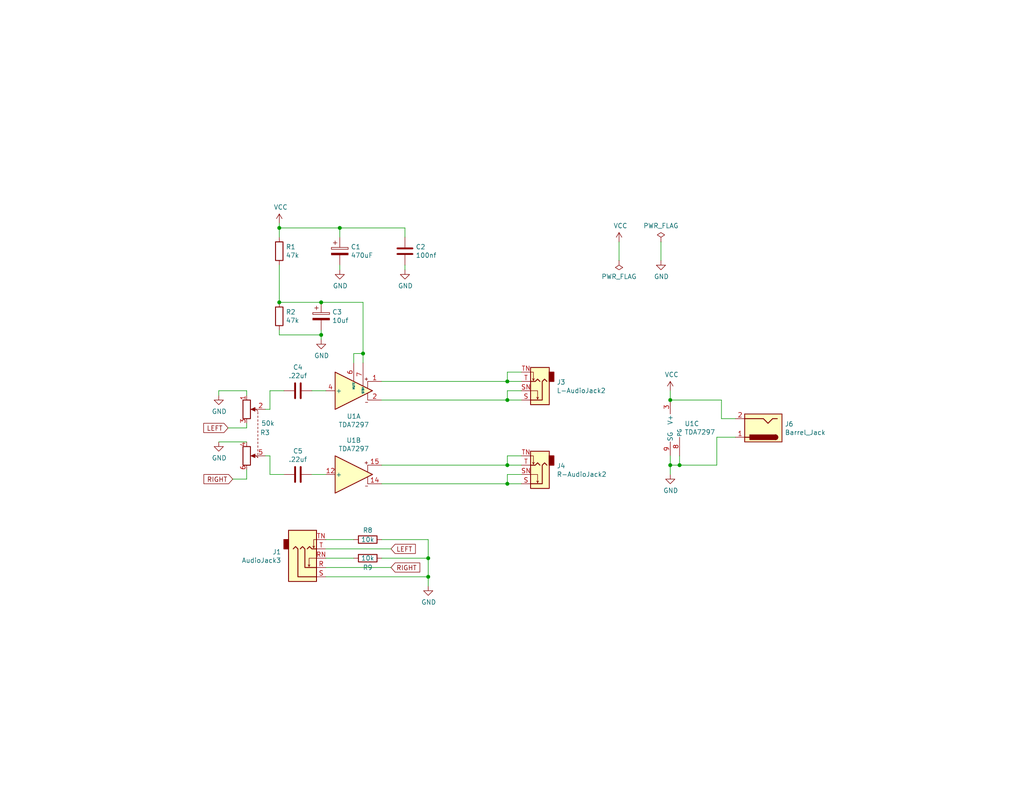
<source format=kicad_sch>
(kicad_sch (version 20211123) (generator eeschema)
  (paper "USLetter")
  (lib_symbols
    (symbol "Amplifier_Audio:TDA7297" (pin_names (offset 0.127))
      (property "Reference" "U" (at 5.08 5.08 0))
      (property "Value" "TDA7297" (at 5.08 -5.08 0))
      (symbol "TDA7297_1_1"
        (polyline (pts (xy 3.048 3.175) (xy 3.81 3.175)))
        (polyline (pts (xy 3.175 -3.175) (xy 3.81 -3.175)))
        (polyline (pts (xy 3.429 2.794) (xy 3.429 3.556)))
        (polyline (pts (xy 3.81 -0.635) (xy 3.81 -2.54)))
        (polyline (pts (xy 3.81 2.54) (xy 3.81 0.635)))
        (polyline (pts (xy 5.08 0) (xy -5.08 5.08) (xy -5.08 -5.08) (xy 5.08 0)) (stroke (width 0.254)) (fill (type background)))
        (pin output line (at 7.62 2.54 180) (length 3.81) (name "~") (number "1"))
        (pin no_connect line (at 0 2.54 270) (length 2.54) hide (name "NC") (number "10"))
        (pin no_connect line (at 2.54 2.54 270) (length 2.54) hide (name "NC") (number "11"))
        (pin output line (at 7.62 -2.54 180) (length 3.81) (name "~") (number "2"))
        (pin input line (at -7.62 0 0) (length 2.54) (name "+") (number "4"))
        (pin no_connect line (at -2.54 2.54 270) (length 2.54) hide (name "NC") (number "5"))
        (pin input line (at 0 7.62 270) (length 5.08) (name "MUTE") (number "6"))
        (pin input line (at 2.54 7.62 270) (length 6.35) (name "STBY") (number "7"))
      )
      (symbol "TDA7297_2_1"
        (polyline (pts (xy 3.048 3.175) (xy 3.81 3.175)))
        (polyline (pts (xy 3.175 -3.175) (xy 3.81 -3.175)))
        (polyline (pts (xy 3.429 2.794) (xy 3.429 3.556)))
        (polyline (pts (xy 3.81 -0.635) (xy 3.81 -2.54)))
        (polyline (pts (xy 3.81 2.54) (xy 3.81 0.635)))
        (polyline (pts (xy 5.08 0) (xy -5.08 5.08) (xy -5.08 -5.08) (xy 5.08 0)) (stroke (width 0.254)) (fill (type background)))
        (pin input line (at -7.62 0 0) (length 2.54) (name "+") (number "12"))
        (pin output line (at 7.62 -2.54 180) (length 3.81) (name "~") (number "14"))
        (pin output line (at 7.62 2.54 180) (length 3.81) (name "~") (number "15"))
      )
      (symbol "TDA7297_3_1"
        (pin passive line (at -2.54 7.62 270) (length 3.81) hide (name "V+") (number "13"))
        (pin power_in line (at -2.54 7.62 270) (length 3.81) (name "V+") (number "3"))
        (pin power_in line (at 0 -7.62 90) (length 5.08) (name "PG") (number "8"))
        (pin power_in line (at -2.54 -7.62 90) (length 3.81) (name "SG") (number "9"))
      )
    )
    (symbol "Connector:AudioJack2_Switch"
      (property "Reference" "J" (at 0 11.43 0))
      (property "Value" "AudioJack2_Switch" (at 0 8.89 0))
      (symbol "AudioJack2_Switch_0_1"
        (rectangle (start -2.54 0) (end -3.81 -2.54) (stroke (width 0.254)) (fill (type outline)))
        (rectangle (start 2.54 6.35) (end -2.54 -3.81) (stroke (width 0.254)) (fill (type background)))
      )
      (symbol "AudioJack2_Switch_1_1"
        (polyline (pts (xy 0.635 4.826) (xy 0.889 4.318)))
        (polyline (pts (xy 1.778 -0.254) (xy 2.032 -0.762)))
        (polyline (pts (xy 0 0) (xy 0.635 -0.635) (xy 1.27 0) (xy 2.54 0)) (stroke (width 0.254)))
        (polyline (pts (xy 2.54 -2.54) (xy 1.778 -2.54) (xy 1.778 -0.254) (xy 1.524 -0.762)))
        (polyline (pts (xy 2.54 2.54) (xy 0.635 2.54) (xy 0.635 4.826) (xy 0.381 4.318)))
        (polyline (pts (xy 2.54 5.08) (xy -0.635 5.08) (xy -0.635 0) (xy -1.27 -0.635) (xy -1.905 0)) (stroke (width 0.254)))
        (pin passive line (at 5.08 5.08 180) (length 2.54) (name "~") (number "S"))
        (pin passive line (at 5.08 2.54 180) (length 2.54) (name "~") (number "SN"))
        (pin passive line (at 5.08 0 180) (length 2.54) (name "~") (number "T"))
        (pin passive line (at 5.08 -2.54 180) (length 2.54) (name "~") (number "TN"))
      )
    )
    (symbol "Connector:AudioJack3_SwitchTR"
      (property "Reference" "J" (at 0 8.89 0))
      (property "Value" "AudioJack3_SwitchTR" (at 0 6.35 0))
      (symbol "AudioJack3_SwitchTR_0_1"
        (rectangle (start -5.08 -5.08) (end -6.35 -7.62) (stroke (width 0.254)) (fill (type outline)))
        (polyline (pts (xy 0.508 -0.254) (xy 0.762 -0.762)))
        (polyline (pts (xy 1.778 -5.334) (xy 2.032 -5.842)))
        (polyline (pts (xy 0 -5.08) (xy 0.635 -5.715) (xy 1.27 -5.08) (xy 2.54 -5.08)) (stroke (width 0.254)))
        (polyline (pts (xy 2.54 -7.62) (xy 1.778 -7.62) (xy 1.778 -5.334) (xy 1.524 -5.842)))
        (polyline (pts (xy 2.54 -2.54) (xy 0.508 -2.54) (xy 0.508 -0.254) (xy 0.254 -0.762)))
        (polyline (pts (xy -1.905 -5.08) (xy -1.27 -5.715) (xy -0.635 -5.08) (xy -0.635 0) (xy 2.54 0)) (stroke (width 0.254)))
        (polyline (pts (xy 2.54 2.54) (xy -2.54 2.54) (xy -2.54 -5.08) (xy -3.175 -5.715) (xy -3.81 -5.08)) (stroke (width 0.254)))
        (rectangle (start 2.54 3.81) (end -5.08 -10.16) (stroke (width 0.254)) (fill (type background)))
      )
      (symbol "AudioJack3_SwitchTR_1_1"
        (pin passive line (at 5.08 0 180) (length 2.54) (name "~") (number "R"))
        (pin passive line (at 5.08 -2.54 180) (length 2.54) (name "~") (number "RN"))
        (pin passive line (at 5.08 2.54 180) (length 2.54) (name "~") (number "S"))
        (pin passive line (at 5.08 -5.08 180) (length 2.54) (name "~") (number "T"))
        (pin passive line (at 5.08 -7.62 180) (length 2.54) (name "~") (number "TN"))
      )
    )
    (symbol "Connector:Barrel_Jack" (pin_names (offset 1.016))
      (property "Reference" "J" (at 0 5.334 0))
      (property "Value" "Barrel_Jack" (at 0 -5.08 0))
      (symbol "Barrel_Jack_0_1"
        (rectangle (start -5.08 3.81) (end 5.08 -3.81) (stroke (width 0.254)) (fill (type background)))
        (arc (start -3.302 3.175) (mid -3.937 2.54) (end -3.302 1.905) (stroke (width 0.254)))
        (arc (start -3.302 3.175) (mid -3.937 2.54) (end -3.302 1.905) (stroke (width 0.254)) (fill (type outline)))
        (polyline (pts (xy 5.08 2.54) (xy 3.81 2.54)) (stroke (width 0.254)))
        (polyline (pts (xy -3.81 -2.54) (xy -2.54 -2.54) (xy -1.27 -1.27) (xy 0 -2.54) (xy 2.54 -2.54) (xy 5.08 -2.54)) (stroke (width 0.254)))
        (rectangle (start 3.683 3.175) (end -3.302 1.905) (stroke (width 0.254)) (fill (type outline)))
      )
      (symbol "Barrel_Jack_1_1"
        (pin passive line (at 7.62 2.54 180) (length 2.54) (name "~") (number "1"))
        (pin passive line (at 7.62 -2.54 180) (length 2.54) (name "~") (number "2"))
      )
    )
    (symbol "Device:C" (pin_numbers hide) (pin_names (offset 0.254))
      (property "Reference" "C" (at 0.635 2.54 0))
      (property "Value" "C" (at 0.635 -2.54 0))
      (symbol "C_0_1"
        (polyline (pts (xy -2.032 -0.762) (xy 2.032 -0.762)) (stroke (width 0.508)))
        (polyline (pts (xy -2.032 0.762) (xy 2.032 0.762)) (stroke (width 0.508)))
      )
      (symbol "C_1_1"
        (pin passive line (at 0 3.81 270) (length 2.794) (name "~") (number "1"))
        (pin passive line (at 0 -3.81 90) (length 2.794) (name "~") (number "2"))
      )
    )
    (symbol "Device:CP" (pin_numbers hide) (pin_names (offset 0.254))
      (property "Reference" "C" (at 0.635 2.54 0))
      (property "Value" "Device_CP" (at 0.635 -2.54 0))
      (symbol "CP_0_1"
        (rectangle (start -2.286 0.508) (end 2.286 1.016))
        (polyline (pts (xy -1.778 2.286) (xy -0.762 2.286)))
        (polyline (pts (xy -1.27 2.794) (xy -1.27 1.778)))
        (rectangle (start 2.286 -0.508) (end -2.286 -1.016) (fill (type outline)))
      )
      (symbol "CP_1_1"
        (pin passive line (at 0 3.81 270) (length 2.794) (name "~") (number "1"))
        (pin passive line (at 0 -3.81 90) (length 2.794) (name "~") (number "2"))
      )
    )
    (symbol "Device:R" (pin_numbers hide) (pin_names (offset 0))
      (property "Reference" "R" (at 2.032 0 90))
      (property "Value" "R" (at 0 0 90))
      (symbol "R_0_1"
        (rectangle (start -1.016 -2.54) (end 1.016 2.54) (stroke (width 0.254)))
      )
      (symbol "R_1_1"
        (pin passive line (at 0 3.81 270) (length 1.27) (name "~") (number "1"))
        (pin passive line (at 0 -3.81 90) (length 1.27) (name "~") (number "2"))
      )
    )
    (symbol "Device:R_POT_Dual" (pin_names (offset 1.016) hide)
      (property "Reference" "RV" (at 0 3.81 0))
      (property "Value" "Device_R_POT_Dual" (at 0 1.905 0))
      (symbol "R_POT_Dual_0_1"
        (rectangle (start -8.89 -1.524) (end -3.81 -3.556) (stroke (width 0.254)))
        (polyline (pts (xy -6.35 0) (xy -6.35 -1.016)))
        (polyline (pts (xy -6.35 0) (xy -6.35 -1.016)))
        (polyline (pts (xy -6.35 0) (xy -5.842 0.508)))
        (polyline (pts (xy -5.588 0.508) (xy -5.08 0.508)))
        (polyline (pts (xy -4.572 0.508) (xy -4.064 0.508)))
        (polyline (pts (xy -3.556 0.508) (xy -3.048 0.508)))
        (polyline (pts (xy -2.54 0.508) (xy -2.032 0.508)))
        (polyline (pts (xy -1.524 0.508) (xy -1.016 0.508)))
        (polyline (pts (xy -0.508 0.508) (xy 0 0.508)))
        (polyline (pts (xy 0.508 0.508) (xy 1.016 0.508)))
        (polyline (pts (xy 1.524 0.508) (xy 2.032 0.508)))
        (polyline (pts (xy 2.54 0.508) (xy 3.048 0.508)))
        (polyline (pts (xy 3.556 0.508) (xy 4.064 0.508)))
        (polyline (pts (xy 4.572 0.508) (xy 5.08 0.508)))
        (polyline (pts (xy 5.588 0.508) (xy 6.096 0.508)))
        (polyline (pts (xy 6.35 0) (xy 6.35 -1.016)))
        (polyline (pts (xy 6.35 0) (xy 6.35 -1.016)))
        (polyline (pts (xy 6.604 0.508) (xy 6.858 0.508) (xy 6.35 0)))
        (polyline (pts (xy -6.35 -1.397) (xy -6.858 -0.254) (xy -5.842 -0.254) (xy -6.35 -1.397)) (fill (type outline)))
        (polyline (pts (xy 6.35 -1.397) (xy 5.842 -0.254) (xy 6.858 -0.254) (xy 6.35 -1.397)) (fill (type outline)))
        (rectangle (start 3.81 -1.524) (end 8.89 -3.556) (stroke (width 0.254)))
      )
      (symbol "R_POT_Dual_1_1"
        (pin passive line (at -10.16 -2.54 0) (length 1.27) (name "1") (number "1"))
        (pin passive line (at -6.35 2.54 270) (length 2.54) (name "2") (number "2"))
        (pin passive line (at -2.54 -2.54 180) (length 1.27) (name "3") (number "3"))
        (pin passive line (at 2.54 -2.54 0) (length 1.27) (name "4") (number "4"))
        (pin passive line (at 6.35 2.54 270) (length 2.54) (name "5") (number "5"))
        (pin passive line (at 10.16 -2.54 180) (length 1.27) (name "6") (number "6"))
      )
    )
    (symbol "power:GND" (power) (pin_names (offset 0))
      (property "Value" "GND" (at 0 -3.81 0))
      (symbol "GND_0_1"
        (polyline (pts (xy 0 0) (xy 0 -1.27) (xy 1.27 -1.27) (xy 0 -2.54) (xy -1.27 -1.27) (xy 0 -1.27)))
      )
      (symbol "GND_1_1"
        (pin power_in line (at 0 0 270) (length 0) hide (name "GND") (number "1"))
      )
    )
    (symbol "power:PWR_FLAG" (power) (pin_numbers hide) (pin_names (offset 0) hide)
      (property "Value" "PWR_FLAG" (at 0 3.81 0))
      (symbol "PWR_FLAG_0_0"
        (pin power_out line (at 0 0 90) (length 0) (name "pwr") (number "1"))
      )
      (symbol "PWR_FLAG_0_1"
        (polyline (pts (xy 0 0) (xy 0 1.27) (xy -1.016 1.905) (xy 0 2.54) (xy 1.016 1.905) (xy 0 1.27)))
      )
    )
    (symbol "power:VCC" (power) (pin_names (offset 0))
      (property "Value" "VCC" (at 0 3.81 0))
      (symbol "VCC_0_1"
        (polyline (pts (xy -0.762 1.27) (xy 0 2.54)))
        (polyline (pts (xy 0 0) (xy 0 2.54)))
        (polyline (pts (xy 0 2.54) (xy 0.762 1.27)))
      )
      (symbol "VCC_1_1"
        (pin power_in line (at 0 0 90) (length 0) hide (name "VCC") (number "1"))
      )
    )
  )
  (junction (at 76.2 82.55))
  (junction (at 138.43 127))
  (junction (at 76.2 62.23))
  (junction (at 87.63 91.44))
  (junction (at 138.43 132.08))
  (junction (at 138.43 104.14))
  (junction (at 138.43 109.22))
  (junction (at 185.42 127))
  (junction (at 92.71 62.23))
  (junction (at 116.84 152.4))
  (junction (at 99.06 96.52))
  (junction (at 182.88 109.22))
  (junction (at 87.63 82.55))
  (junction (at 116.84 157.48))
  (junction (at 182.88 127))
  (wire (pts (xy 138.43 127) (xy 142.24 127)))
  (wire (pts (xy 138.43 124.46) (xy 138.43 127)))
  (wire (pts (xy 76.2 60.96) (xy 76.2 62.23)))
  (wire (pts (xy 59.69 120.65) (xy 67.31 120.65)))
  (wire (pts (xy 76.2 72.39) (xy 76.2 82.55)))
  (wire (pts (xy 88.9 154.94) (xy 106.68 154.94)))
  (wire (pts (xy 67.31 115.57) (xy 67.31 116.84)))
  (wire (pts (xy 87.63 91.44) (xy 87.63 90.17)))
  (wire (pts (xy 185.42 127) (xy 182.88 127)))
  (wire (pts (xy 142.24 101.6) (xy 138.43 101.6)))
  (wire (pts (xy 87.63 92.71) (xy 87.63 91.44)))
  (wire (pts (xy 116.84 160.02) (xy 116.84 157.48)))
  (wire (pts (xy 99.06 96.52) (xy 96.52 96.52)))
  (wire (pts (xy 200.66 114.3) (xy 196.85 114.3)))
  (wire (pts (xy 116.84 152.4) (xy 116.84 157.48)))
  (wire (pts (xy 87.63 91.44) (xy 76.2 91.44)))
  (wire (pts (xy 85.09 129.54) (xy 88.9 129.54)))
  (wire (pts (xy 180.34 66.04) (xy 180.34 71.12)))
  (wire (pts (xy 88.9 149.86) (xy 106.68 149.86)))
  (wire (pts (xy 67.31 116.84) (xy 62.23 116.84)))
  (wire (pts (xy 138.43 101.6) (xy 138.43 104.14)))
  (wire (pts (xy 116.84 147.32) (xy 116.84 152.4)))
  (wire (pts (xy 99.06 99.06) (xy 99.06 96.52)))
  (wire (pts (xy 182.88 129.54) (xy 182.88 127)))
  (wire (pts (xy 138.43 104.14) (xy 142.24 104.14)))
  (wire (pts (xy 138.43 129.54) (xy 138.43 132.08)))
  (wire (pts (xy 104.14 109.22) (xy 138.43 109.22)))
  (wire (pts (xy 73.66 106.68) (xy 77.47 106.68)))
  (wire (pts (xy 63.5 130.81) (xy 67.31 130.81)))
  (wire (pts (xy 195.58 119.38) (xy 195.58 127)))
  (wire (pts (xy 96.52 96.52) (xy 96.52 99.06)))
  (wire (pts (xy 168.91 71.12) (xy 168.91 66.04)))
  (wire (pts (xy 99.06 82.55) (xy 99.06 96.52)))
  (wire (pts (xy 110.49 64.77) (xy 110.49 62.23)))
  (wire (pts (xy 104.14 147.32) (xy 116.84 147.32)))
  (wire (pts (xy 138.43 132.08) (xy 142.24 132.08)))
  (wire (pts (xy 196.85 109.22) (xy 182.88 109.22)))
  (wire (pts (xy 59.69 106.68) (xy 59.69 107.95)))
  (wire (pts (xy 67.31 106.68) (xy 59.69 106.68)))
  (wire (pts (xy 87.63 82.55) (xy 99.06 82.55)))
  (wire (pts (xy 73.66 111.76) (xy 73.66 106.68)))
  (wire (pts (xy 110.49 62.23) (xy 92.71 62.23)))
  (wire (pts (xy 67.31 128.27) (xy 67.31 130.81)))
  (wire (pts (xy 92.71 73.66) (xy 92.71 72.39)))
  (wire (pts (xy 196.85 114.3) (xy 196.85 109.22)))
  (wire (pts (xy 76.2 62.23) (xy 76.2 64.77)))
  (wire (pts (xy 104.14 104.14) (xy 138.43 104.14)))
  (wire (pts (xy 200.66 119.38) (xy 195.58 119.38)))
  (wire (pts (xy 182.88 109.22) (xy 182.88 106.68)))
  (wire (pts (xy 76.2 91.44) (xy 76.2 90.17)))
  (wire (pts (xy 88.9 152.4) (xy 96.52 152.4)))
  (wire (pts (xy 195.58 127) (xy 185.42 127)))
  (wire (pts (xy 87.63 82.55) (xy 76.2 82.55)))
  (wire (pts (xy 110.49 73.66) (xy 110.49 72.39)))
  (wire (pts (xy 142.24 129.54) (xy 138.43 129.54)))
  (wire (pts (xy 104.14 127) (xy 138.43 127)))
  (wire (pts (xy 88.9 157.48) (xy 116.84 157.48)))
  (wire (pts (xy 182.88 127) (xy 182.88 124.46)))
  (wire (pts (xy 85.09 106.68) (xy 88.9 106.68)))
  (wire (pts (xy 142.24 124.46) (xy 138.43 124.46)))
  (wire (pts (xy 142.24 106.68) (xy 138.43 106.68)))
  (wire (pts (xy 138.43 109.22) (xy 142.24 109.22)))
  (wire (pts (xy 104.14 132.08) (xy 138.43 132.08)))
  (wire (pts (xy 72.39 111.76) (xy 73.66 111.76)))
  (wire (pts (xy 72.39 124.46) (xy 73.66 124.46)))
  (wire (pts (xy 92.71 64.77) (xy 92.71 62.23)))
  (wire (pts (xy 73.66 129.54) (xy 77.47 129.54)))
  (wire (pts (xy 185.42 124.46) (xy 185.42 127)))
  (wire (pts (xy 92.71 62.23) (xy 76.2 62.23)))
  (wire (pts (xy 88.9 147.32) (xy 96.52 147.32)))
  (wire (pts (xy 73.66 124.46) (xy 73.66 129.54)))
  (wire (pts (xy 104.14 152.4) (xy 116.84 152.4)))
  (wire (pts (xy 67.31 106.68) (xy 67.31 107.95)))
  (wire (pts (xy 138.43 106.68) (xy 138.43 109.22)))
  (global_label "LEFT" (shape input) (at 62.23 116.84 180) (property "Intersheet References" "${INTERSHEET_REFS}" (effects hide)))
  (global_label "RIGHT" (shape input) (at 106.68 154.94 0) (property "Intersheet References" "${INTERSHEET_REFS}" (effects hide)))
  (global_label "LEFT" (shape input) (at 106.68 149.86 0) (property "Intersheet References" "${INTERSHEET_REFS}" (effects hide)))
  (global_label "RIGHT" (shape input) (at 63.5 130.81 180) (property "Intersheet References" "${INTERSHEET_REFS}" (effects hide)))
  (symbol (lib_id "Amplifier_Audio:TDA7297") (at 96.52 106.68 0) (unit 1)
    (property "Reference" "U1" (at 96.52 113.665 0))
    (property "Value" "TDA7297" (at 96.52 115.9764 0))
    (property "Footprint" "Package_TO_SOT_THT:TO-220-15_P2.54x2.54mm_StaggerOdd_Lead4.58mm_Vertical" (effects hide))
    (property "Datasheet" "http://www.st.com/resource/en/datasheet/tda7297.pdf" (effects hide))
  )
  (symbol (lib_id "Amplifier_Audio:TDA7297") (at 96.52 129.54 0) (unit 2)
    (property "Reference" "U1" (at 96.52 120.2182 0))
    (property "Value" "TDA7297" (at 96.52 122.5296 0))
    (property "Footprint" "Package_TO_SOT_THT:TO-220-15_P2.54x2.54mm_StaggerOdd_Lead4.58mm_Vertical" (effects hide))
    (property "Datasheet" "http://www.st.com/resource/en/datasheet/tda7297.pdf" (effects hide))
  )
  (symbol (lib_id "Amplifier_Audio:TDA7297") (at 185.42 116.84 0) (unit 3)
    (property "Reference" "U1" (at 186.7662 115.6716 0) (effects (justify left)))
    (property "Value" "TDA7297" (at 186.7662 117.983 0) (effects (justify left)))
    (property "Footprint" "Package_TO_SOT_THT:TO-220-15_P2.54x2.54mm_StaggerOdd_Lead4.58mm_Vertical" (effects hide))
    (property "Datasheet" "http://www.st.com/resource/en/datasheet/tda7297.pdf" (effects hide))
  )
  (symbol (lib_id "power:GND") (at 180.34 71.12 0) (unit 1)
    (property "Reference" "#PWR03" (effects hide))
    (property "Value" "GND" (at 180.467 75.5142 0))
  )
  (symbol (lib_id "power:PWR_FLAG") (at 180.34 66.04 0) (unit 1)
    (property "Reference" "#FLG01" (effects hide))
    (property "Value" "PWR_FLAG" (at 180.34 61.6458 0))
  )
  (symbol (lib_id "power:VCC") (at 168.91 66.04 0) (unit 1)
    (property "Reference" "#PWR02" (effects hide))
    (property "Value" "VCC" (at 169.291 61.6458 0))
  )
  (symbol (lib_id "power:PWR_FLAG") (at 168.91 71.12 180) (unit 1)
    (property "Reference" "#FLG02" (effects hide))
    (property "Value" "PWR_FLAG" (at 168.91 75.5142 0))
  )
  (symbol (lib_id "Device:CP") (at 87.63 86.36 0) (unit 1)
    (property "Reference" "C3" (at 90.6272 85.1916 0) (effects (justify left)))
    (property "Value" "10uf" (at 90.6272 87.503 0) (effects (justify left)))
    (property "Footprint" "Capacitor_THT:CP_Radial_D5.0mm_P2.50mm" (effects hide))
  )
  (symbol (lib_id "Device:CP") (at 92.71 68.58 0) (unit 1)
    (property "Reference" "C1" (at 95.7072 67.4116 0) (effects (justify left)))
    (property "Value" "470uF" (at 95.7072 69.723 0) (effects (justify left)))
    (property "Footprint" "Capacitor_THT:CP_Radial_D12.5mm_P5.00mm" (effects hide))
  )
  (symbol (lib_id "Device:C") (at 81.28 106.68 270) (unit 1)
    (property "Reference" "C4" (at 81.28 100.2792 90))
    (property "Value" ".22uf" (at 81.28 102.5906 90))
    (property "Footprint" "Capacitor_THT:C_Rect_L7.2mm_W3.0mm_P5.00mm_FKS2_FKP2_MKS2_MKP2" (effects hide))
  )
  (symbol (lib_id "Device:C") (at 81.28 129.54 270) (unit 1)
    (property "Reference" "C5" (at 81.28 123.1392 90))
    (property "Value" ".22uf" (at 81.28 125.4506 90))
    (property "Footprint" "Capacitor_THT:C_Rect_L7.2mm_W3.0mm_P5.00mm_FKS2_FKP2_MKS2_MKP2" (effects hide))
  )
  (symbol (lib_id "Device:C") (at 110.49 68.58 0) (unit 1)
    (property "Reference" "C2" (at 113.411 67.4116 0) (effects (justify left)))
    (property "Value" "100nf" (at 113.411 69.723 0) (effects (justify left)))
    (property "Footprint" "Capacitor_THT:C_Rect_L7.2mm_W2.5mm_P5.00mm_FKS2_FKP2_MKS2_MKP2" (effects hide))
  )
  (symbol (lib_id "power:GND") (at 182.88 129.54 0) (unit 1)
    (property "Reference" "#PWR010" (effects hide))
    (property "Value" "GND" (at 183.007 133.9342 0))
  )
  (symbol (lib_id "power:VCC") (at 182.88 106.68 0) (unit 1)
    (property "Reference" "#PWR09" (effects hide))
    (property "Value" "VCC" (at 183.261 102.2858 0))
  )
  (symbol (lib_id "power:GND") (at 87.63 92.71 0) (unit 1)
    (property "Reference" "#PWR06" (effects hide))
    (property "Value" "GND" (at 87.757 97.1042 0))
  )
  (symbol (lib_id "Device:R") (at 76.2 86.36 0) (unit 1)
    (property "Reference" "R2" (at 77.978 85.1916 0) (effects (justify left)))
    (property "Value" "47k" (at 77.978 87.503 0) (effects (justify left)))
    (property "Footprint" "Resistor_THT:R_Axial_DIN0207_L6.3mm_D2.5mm_P5.08mm_Vertical" (effects hide))
  )
  (symbol (lib_id "Device:R") (at 76.2 68.58 0) (unit 1)
    (property "Reference" "R1" (at 77.978 67.4116 0) (effects (justify left)))
    (property "Value" "47k" (at 77.978 69.723 0) (effects (justify left)))
    (property "Footprint" "Resistor_THT:R_Axial_DIN0207_L6.3mm_D2.5mm_P5.08mm_Vertical" (effects hide))
  )
  (symbol (lib_id "power:VCC") (at 76.2 60.96 0) (unit 1)
    (property "Reference" "#PWR01" (effects hide))
    (property "Value" "VCC" (at 76.581 56.5658 0))
  )
  (symbol (lib_id "power:GND") (at 92.71 73.66 0) (unit 1)
    (property "Reference" "#PWR04" (effects hide))
    (property "Value" "GND" (at 92.837 78.0542 0))
  )
  (symbol (lib_id "power:GND") (at 110.49 73.66 0) (unit 1)
    (property "Reference" "#PWR05" (effects hide))
    (property "Value" "GND" (at 110.617 78.0542 0))
  )
  (symbol (lib_id "Device:R_POT_Dual") (at 69.85 118.11 270) (unit 1)
    (property "Reference" "R3" (at 73.66 118.11 90) (effects (justify right)))
    (property "Value" "50k" (at 74.93 115.57 90) (effects (justify right)))
    (property "Footprint" "Potentiometer_THT:Potentiometer_Alps_RK09L_Double_Horizontal" (effects hide))
  )
  (symbol (lib_id "power:GND") (at 59.69 120.65 0) (unit 1)
    (property "Reference" "#PWR012" (effects hide))
    (property "Value" "GND" (at 59.817 125.0442 0))
  )
  (symbol (lib_id "power:GND") (at 59.69 107.95 0) (unit 1)
    (property "Reference" "#PWR011" (effects hide))
    (property "Value" "GND" (at 59.817 112.3442 0))
  )
  (symbol (lib_id "Connector:Barrel_Jack") (at 208.28 116.84 180) (unit 1)
    (property "Reference" "J6" (at 214.122 115.7732 0) (effects (justify right)))
    (property "Value" "Barrel_Jack" (at 214.122 118.0846 0) (effects (justify right)))
    (property "Footprint" "TerminalBlock:TerminalBlock_bornier-2_P5.08mm" (effects hide))
  )
  (symbol (lib_id "Connector:AudioJack2_Switch") (at 147.32 104.14 180) (unit 1)
    (property "Reference" "J3" (at 151.892 104.3432 0) (effects (justify right)))
    (property "Value" "L-AudioJack2" (at 151.892 106.6546 0) (effects (justify right)))
    (property "Footprint" "Connector_Audio:Jack_6.35mm_Neutrik_NMJ4HFD2_Horizontal" (effects hide))
  )
  (symbol (lib_id "Connector:AudioJack2_Switch") (at 147.32 127 180) (unit 1)
    (property "Reference" "J4" (at 151.892 127.2032 0) (effects (justify right)))
    (property "Value" "R-AudioJack2" (at 151.892 129.5146 0) (effects (justify right)))
    (property "Footprint" "Connector_Audio:Jack_6.35mm_Neutrik_NMJ4HFD2_Horizontal" (effects hide))
  )
  (symbol (lib_id "Connector:AudioJack3_SwitchTR") (at 83.82 154.94 0) (mirror x) (unit 1)
    (property "Reference" "J1" (at 76.7334 150.6982 0) (effects (justify right)))
    (property "Value" "AudioJack3" (at 76.7334 153.0096 0) (effects (justify right)))
    (property "Footprint" "Connector_Audio:Jack_3.5mm_CUI_SJ1-3535NG_Horizontal_CircularHoles" (effects hide))
  )
  (symbol (lib_id "Device:R") (at 100.33 147.32 270) (unit 1)
    (property "Reference" "R8" (at 100.33 144.78 90))
    (property "Value" "10k" (at 100.33 147.32 90))
    (property "Footprint" "Resistor_THT:R_Axial_DIN0207_L6.3mm_D2.5mm_P5.08mm_Vertical" (effects hide))
  )
  (symbol (lib_id "Device:R") (at 100.33 152.4 270) (unit 1)
    (property "Reference" "R9" (at 100.33 154.94 90))
    (property "Value" "10k" (at 100.33 152.4 90))
    (property "Footprint" "Resistor_THT:R_Axial_DIN0207_L6.3mm_D2.5mm_P5.08mm_Vertical" (effects hide))
  )
  (symbol (lib_id "power:GND") (at 116.84 160.02 0) (unit 1)
    (property "Reference" "#PWR08" (effects hide))
    (property "Value" "GND" (at 116.967 164.4142 0))
  )
)
</source>
